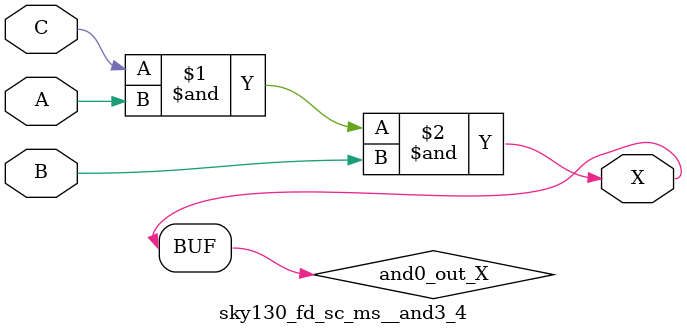
<source format=v>
/*
 * Copyright 2020 The SkyWater PDK Authors
 *
 * Licensed under the Apache License, Version 2.0 (the "License");
 * you may not use this file except in compliance with the License.
 * You may obtain a copy of the License at
 *
 *     https://www.apache.org/licenses/LICENSE-2.0
 *
 * Unless required by applicable law or agreed to in writing, software
 * distributed under the License is distributed on an "AS IS" BASIS,
 * WITHOUT WARRANTIES OR CONDITIONS OF ANY KIND, either express or implied.
 * See the License for the specific language governing permissions and
 * limitations under the License.
 *
 * SPDX-License-Identifier: Apache-2.0
*/


`ifndef SKY130_FD_SC_MS__AND3_4_FUNCTIONAL_V
`define SKY130_FD_SC_MS__AND3_4_FUNCTIONAL_V

/**
 * and3: 3-input AND.
 *
 * Verilog simulation functional model.
 */

`timescale 1ns / 1ps
`default_nettype none

`celldefine
module sky130_fd_sc_ms__and3_4 (
    X,
    A,
    B,
    C
);

    // Module ports
    output X;
    input  A;
    input  B;
    input  C;

    // Local signals
    wire and0_out_X;

    //  Name  Output      Other arguments
    and and0 (and0_out_X, C, A, B        );
    buf buf0 (X         , and0_out_X     );

endmodule
`endcelldefine

`default_nettype wire
`endif  // SKY130_FD_SC_MS__AND3_4_FUNCTIONAL_V

</source>
